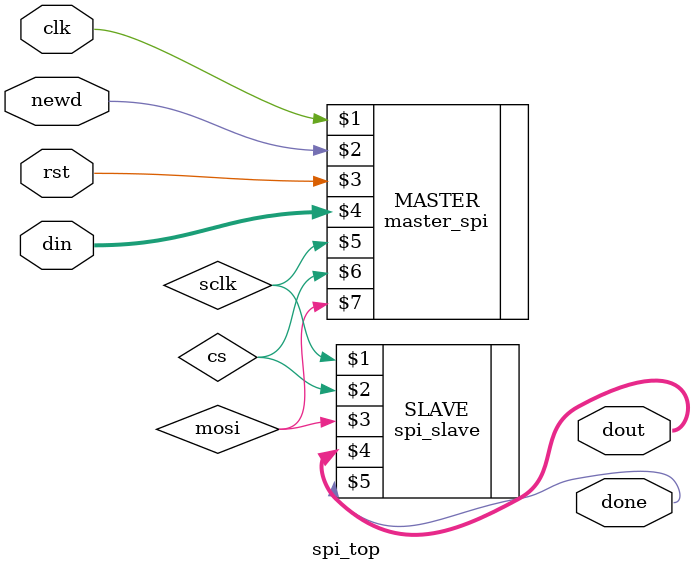
<source format=sv>
module spi_top(
    input clk, rst, newd,
    input [11:0] din,
    output [11:0] dout,
    output done
    );
    
    wire sclk, cs, mosi;
    
    master_spi MASTER(clk, newd, rst, din, sclk, cs, mosi);
    spi_slave SLAVE(sclk, cs, mosi, dout, done);
endmodule

</source>
